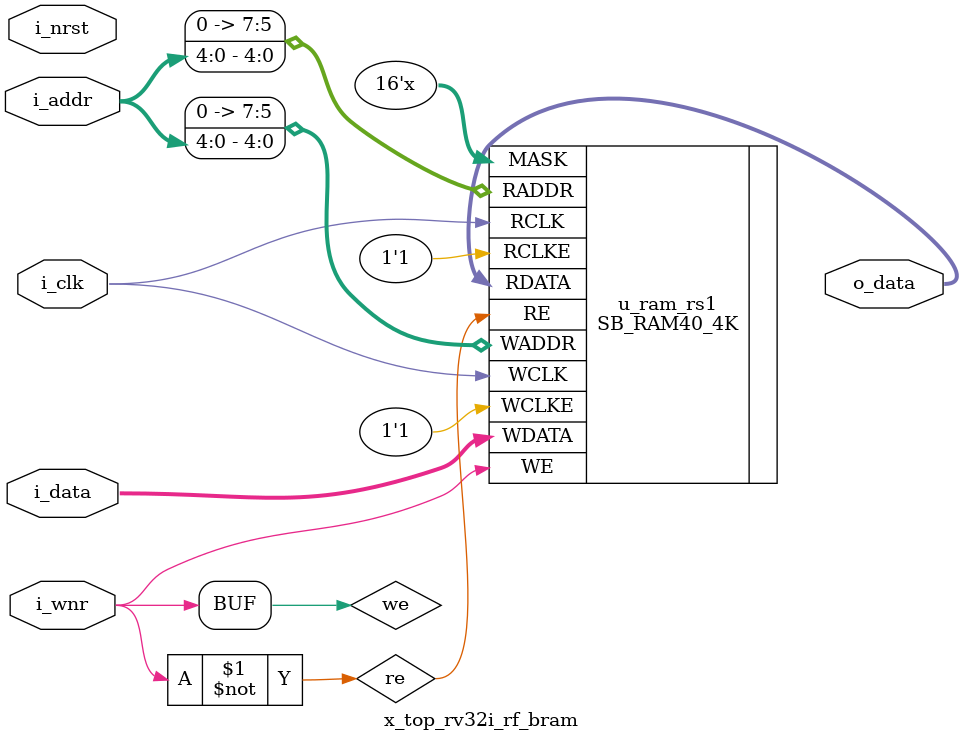
<source format=sv>
module x_top_rv32i_rf_bram (
   input    logic          i_nrst,
   input    logic          i_clk, 
   input    logic          i_wnr,
   input    logic [4:0]    i_addr,
   input    logic [15:0]   i_data,  
   output   logic [15:0]   o_data
);

   logic re;
   logic we;

   assign re = ~i_wnr;
   assign we =  i_wnr;

`ifndef SIM

   SB_RAM40_4K #(
      .WRITE_MODE (32'sd0           ),
      .READ_MODE  (32'sd0           )
   ) u_ram_rs1 (
      .MASK       (16'hxxxx         ),
      .RDATA      (o_data           ),
      .RADDR      ({3'b000, i_addr} ),
      .RCLK       (i_clk            ),
      .RCLKE      (1'b1             ),
      .RE         (re               ),
      .WADDR      ({3'b000, i_addr} ),
      .WCLK       (i_clk            ),
      .WCLKE      (1'b1             ),
      .WDATA      (i_data           ),
      .WE         (we               )
   );

`else

   logic [15:0] mem [31:0]; 
   
   always@(posedge i_clk or negedge i_nrst) begin 
      if(!i_nrst) o_data <= 16'hxxxx; 
      else begin
         if(re)   o_data <= mem[i_addr];
         else     o_data <= 16'hxxxx; 
      end
   end 
   
   always@(posedge i_clk) begin  
      if(we) mem[i_addr] <= i_data; 
   end

`endif

endmodule

</source>
